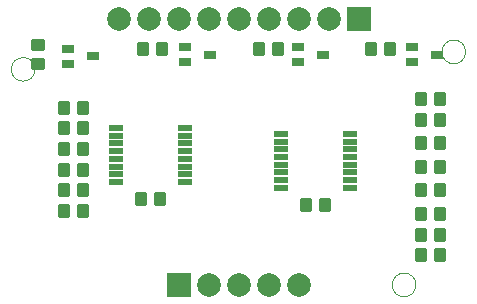
<source format=gbs>
G04 DipTrace 3.2.0.1*
G04 td_display_uBraidsII_bigtrans.GBS*
%MOIN*%
G04 #@! TF.FileFunction,Soldermask,Bot*
G04 #@! TF.Part,Single*
%AMOUTLINE4*
4,1,40,
-0.019945,-0.014494,
-0.019839,-0.01571,
-0.019478,-0.017058,
-0.018888,-0.018322,
-0.018087,-0.019464,
-0.017102,-0.02045,
-0.01596,-0.02125,
-0.014696,-0.02184,
-0.013348,-0.022201,
-0.012132,-0.022307,
0.012132,-0.022307,
0.013348,-0.022201,
0.014696,-0.02184,
0.01596,-0.02125,
0.017102,-0.02045,
0.018087,-0.019464,
0.018888,-0.018322,
0.019478,-0.017058,
0.019839,-0.01571,
0.019945,-0.014494,
0.019945,0.014494,
0.019839,0.01571,
0.019478,0.017058,
0.018888,0.018322,
0.018087,0.019464,
0.017102,0.02045,
0.01596,0.02125,
0.014696,0.02184,
0.013348,0.022201,
0.012132,0.022307,
-0.012132,0.022307,
-0.013348,0.022201,
-0.014696,0.02184,
-0.01596,0.02125,
-0.017102,0.02045,
-0.018087,0.019464,
-0.018888,0.018322,
-0.019478,0.017058,
-0.019839,0.01571,
-0.019945,0.014494,
-0.019945,-0.014494,
0*%
%AMOUTLINE7*
4,1,40,
0.019945,0.014494,
0.019839,0.01571,
0.019478,0.017058,
0.018888,0.018322,
0.018087,0.019464,
0.017102,0.02045,
0.01596,0.02125,
0.014696,0.02184,
0.013348,0.022201,
0.012132,0.022307,
-0.012132,0.022307,
-0.013348,0.022201,
-0.014696,0.02184,
-0.01596,0.02125,
-0.017102,0.02045,
-0.018087,0.019464,
-0.018888,0.018322,
-0.019478,0.017058,
-0.019839,0.01571,
-0.019945,0.014494,
-0.019945,-0.014494,
-0.019839,-0.01571,
-0.019478,-0.017058,
-0.018888,-0.018322,
-0.018087,-0.019464,
-0.017102,-0.02045,
-0.01596,-0.02125,
-0.014696,-0.02184,
-0.013348,-0.022201,
-0.012132,-0.022307,
0.012132,-0.022307,
0.013348,-0.022201,
0.014696,-0.02184,
0.01596,-0.02125,
0.017102,-0.02045,
0.018087,-0.019464,
0.018888,-0.018322,
0.019478,-0.017058,
0.019839,-0.01571,
0.019945,-0.014494,
0.019945,0.014494,
0*%
%AMOUTLINE10*
4,1,40,
-0.014494,0.019945,
-0.01571,0.019839,
-0.017058,0.019478,
-0.018322,0.018888,
-0.019464,0.018087,
-0.02045,0.017102,
-0.02125,0.01596,
-0.02184,0.014696,
-0.022201,0.013348,
-0.022307,0.012132,
-0.022307,-0.012132,
-0.022201,-0.013348,
-0.02184,-0.014696,
-0.02125,-0.01596,
-0.02045,-0.017102,
-0.019464,-0.018087,
-0.018322,-0.018888,
-0.017058,-0.019478,
-0.01571,-0.019839,
-0.014494,-0.019945,
0.014494,-0.019945,
0.01571,-0.019839,
0.017058,-0.019478,
0.018322,-0.018888,
0.019464,-0.018087,
0.02045,-0.017102,
0.02125,-0.01596,
0.02184,-0.014696,
0.022201,-0.013348,
0.022307,-0.012132,
0.022307,0.012132,
0.022201,0.013348,
0.02184,0.014696,
0.02125,0.01596,
0.02045,0.017102,
0.019464,0.018087,
0.018322,0.018888,
0.017058,0.019478,
0.01571,0.019839,
0.014494,0.019945,
-0.014494,0.019945,
0*%
%AMOUTLINE13*
4,1,40,
0.014494,-0.019945,
0.01571,-0.019839,
0.017058,-0.019478,
0.018322,-0.018888,
0.019464,-0.018087,
0.02045,-0.017102,
0.02125,-0.01596,
0.02184,-0.014696,
0.022201,-0.013348,
0.022307,-0.012132,
0.022307,0.012132,
0.022201,0.013348,
0.02184,0.014696,
0.02125,0.01596,
0.02045,0.017102,
0.019464,0.018087,
0.018322,0.018888,
0.017058,0.019478,
0.01571,0.019839,
0.014494,0.019945,
-0.014494,0.019945,
-0.01571,0.019839,
-0.017058,0.019478,
-0.018322,0.018888,
-0.019464,0.018087,
-0.02045,0.017102,
-0.02125,0.01596,
-0.02184,0.014696,
-0.022201,0.013348,
-0.022307,0.012132,
-0.022307,-0.012132,
-0.022201,-0.013348,
-0.02184,-0.014696,
-0.02125,-0.01596,
-0.02045,-0.017102,
-0.019464,-0.018087,
-0.018322,-0.018888,
-0.017058,-0.019478,
-0.01571,-0.019839,
-0.014494,-0.019945,
0.014494,-0.019945,
0*%
%AMOUTLINE16*
4,1,40,
0.019267,-0.010299,
0.020062,-0.01023,
0.021008,-0.009977,
0.021894,-0.009562,
0.022689,-0.009005,
0.023375,-0.008319,
0.023932,-0.007524,
0.024348,-0.006638,
0.024601,-0.005692,
0.024669,-0.004897,
0.024669,0.004897,
0.024601,0.005692,
0.024348,0.006638,
0.023932,0.007524,
0.023375,0.008319,
0.022689,0.009005,
0.021894,0.009562,
0.021008,0.009977,
0.020062,0.01023,
0.019267,0.010299,
-0.019267,0.010299,
-0.020062,0.01023,
-0.021008,0.009977,
-0.021894,0.009562,
-0.022689,0.009005,
-0.023375,0.008319,
-0.023932,0.007524,
-0.024348,0.006638,
-0.024601,0.005692,
-0.024669,0.004897,
-0.024669,-0.004897,
-0.024601,-0.005692,
-0.024348,-0.006638,
-0.023932,-0.007524,
-0.023375,-0.008319,
-0.022689,-0.009005,
-0.021894,-0.009562,
-0.021008,-0.009977,
-0.020062,-0.01023,
-0.019267,-0.010299,
0.019267,-0.010299,
0*%
%AMOUTLINE19*
4,1,40,
-0.019267,0.010299,
-0.020062,0.01023,
-0.021008,0.009977,
-0.021894,0.009562,
-0.022689,0.009005,
-0.023375,0.008319,
-0.023932,0.007524,
-0.024348,0.006638,
-0.024601,0.005692,
-0.024669,0.004897,
-0.024669,-0.004897,
-0.024601,-0.005692,
-0.024348,-0.006638,
-0.023932,-0.007524,
-0.023375,-0.008319,
-0.022689,-0.009005,
-0.021894,-0.009562,
-0.021008,-0.009977,
-0.020062,-0.01023,
-0.019267,-0.010299,
0.019267,-0.010299,
0.020062,-0.01023,
0.021008,-0.009977,
0.021894,-0.009562,
0.022689,-0.009005,
0.023375,-0.008319,
0.023932,-0.007524,
0.024348,-0.006638,
0.024601,-0.005692,
0.024669,-0.004897,
0.024669,0.004897,
0.024601,0.005692,
0.024348,0.006638,
0.023932,0.007524,
0.023375,0.008319,
0.022689,0.009005,
0.021894,0.009562,
0.021008,0.009977,
0.020062,0.01023,
0.019267,0.010299,
-0.019267,0.010299,
0*%
%ADD17C,0.000013*%
%ADD29R,0.041465X0.027685*%
%ADD31C,0.078866*%
%ADD33R,0.078866X0.078866*%
%ADD41OUTLINE4*%
%ADD44OUTLINE7*%
%ADD47OUTLINE10*%
%ADD50OUTLINE13*%
%ADD53OUTLINE16*%
%ADD56OUTLINE19*%
%FSLAX26Y26*%
G04*
G70*
G90*
G75*
G01*
G04 BotMask*
%LPD*%
D41*
X1405417Y708961D3*
D44*
X1469197D3*
X918016Y728646D3*
D41*
X854236D3*
D33*
X981402Y443213D3*
D31*
X1081402D3*
X1181402D3*
X1281402D3*
X1381402D3*
D33*
X1581402Y1329039D3*
D31*
X1481402D3*
X1381402D3*
X1281402D3*
X1181402D3*
X1081402D3*
X981402D3*
X881402D3*
X781402D3*
D29*
X613870Y1179087D3*
Y1230273D3*
X696547Y1204680D3*
X1003218Y1185336D3*
Y1236522D3*
X1085895Y1210929D3*
X1380290Y1185336D3*
Y1236522D3*
X1462967Y1210929D3*
X1758007Y1185336D3*
Y1236522D3*
X1840684Y1210929D3*
D47*
X513687Y1244000D3*
D50*
Y1180220D3*
D41*
X861678Y1230614D3*
D44*
X925457D3*
D41*
X1247786D3*
D44*
X1311565D3*
D41*
X1621802D3*
D44*
X1685581D3*
D41*
X1789276Y1063291D3*
D44*
X1853055D3*
D41*
X1789276Y994394D3*
D44*
X1853055D3*
D41*
X1789276Y915654D3*
D44*
X1853055D3*
D41*
X1789276Y836913D3*
D44*
X1853055D3*
D41*
X1789276Y758173D3*
D44*
X1853055D3*
D41*
X1789276Y679433D3*
D44*
X1853055D3*
D41*
X1789276Y610535D3*
D44*
X1853055D3*
D41*
X1789276Y541638D3*
D44*
X1853055D3*
X662110Y689276D3*
D41*
X598331D3*
D44*
X662110Y758173D3*
D41*
X598331D3*
D44*
X662110Y827071D3*
D41*
X598331D3*
D44*
X662110Y895969D3*
D41*
X598331D3*
D44*
X662110Y964866D3*
D41*
X598331D3*
D44*
X662110Y1033764D3*
D41*
X598331D3*
X423528Y1161717D2*
D17*
G02X423528Y1161717I39370J0D01*
G01*
X1859070Y1219877D2*
G02X1859070Y1219877I39370J0D01*
G01*
X1693213Y443213D2*
G02X1693213Y443213I39370J0D01*
G01*
D53*
X1552465Y946165D3*
Y920575D3*
Y894984D3*
Y869394D3*
Y843803D3*
Y818213D3*
Y792622D3*
Y767031D3*
X1322150D3*
Y792622D3*
Y818213D3*
Y843803D3*
Y869394D3*
Y894984D3*
Y920575D3*
Y946165D3*
D56*
X770969Y786717D3*
Y812307D3*
Y837898D3*
Y863488D3*
Y889079D3*
Y914669D3*
Y940260D3*
Y965850D3*
X1001283D3*
Y940260D3*
Y914669D3*
Y889079D3*
Y863488D3*
Y837898D3*
Y812307D3*
Y786717D3*
M02*

</source>
